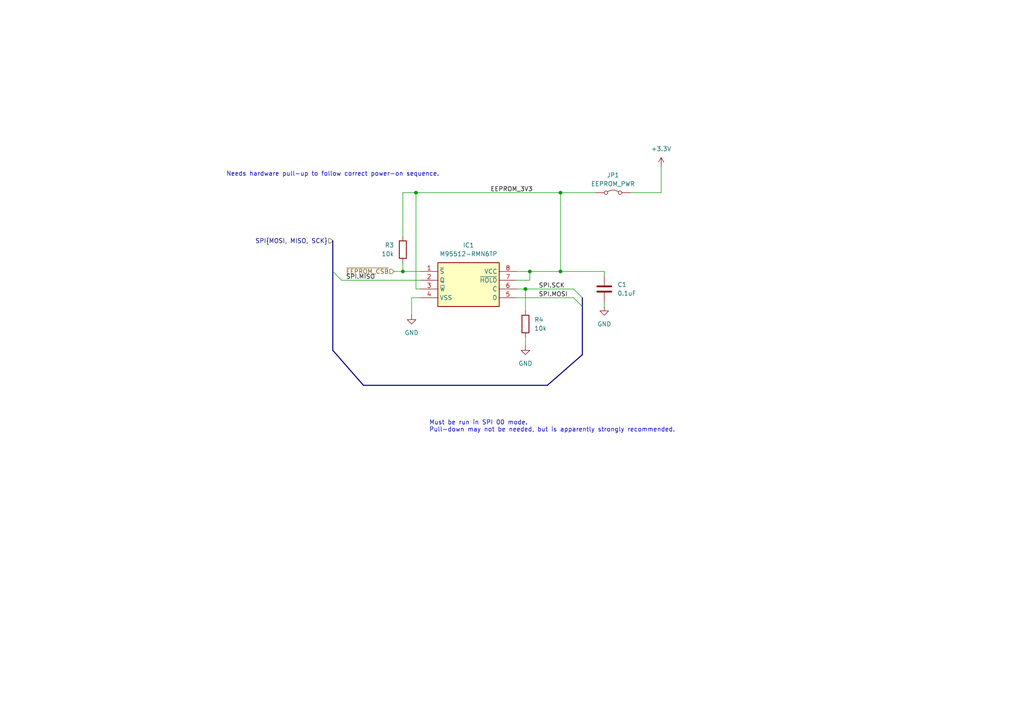
<source format=kicad_sch>
(kicad_sch (version 20231120) (generator "eeschema") (generator_version "8.0")
  (paper "A4")
  (lib_symbols
    (symbol "Device:C" (pin_numbers hide) (pin_names (offset 0.254))
      (property "Reference" "C" (at 0.635 2.54 0))
      (property "Value" "C" (at 0.635 -2.54 0))
      (symbol "C_0_1"
        (polyline (pts (xy -2.032 -0.762) (xy 2.032 -0.762)) (stroke (width 0.508)))
        (polyline (pts (xy -2.032 0.762) (xy 2.032 0.762)) (stroke (width 0.508)))
      )
      (symbol "C_1_1"
        (pin passive line (at 0 3.81 270) (length 2.794) (name "~") (number "1"))
        (pin passive line (at 0 -3.81 90) (length 2.794) (name "~") (number "2"))
      )
    )
    (symbol "Device:R" (pin_numbers hide) (pin_names (offset 0))
      (property "Reference" "R" (at 2.032 0 90))
      (property "Value" "R" (at 0 0 90))
      (symbol "R_0_1"
        (rectangle (start -1.016 -2.54) (end 1.016 2.54) (stroke (width 0.254)))
      )
      (symbol "R_1_1"
        (pin passive line (at 0 3.81 270) (length 1.27) (name "~") (number "1"))
        (pin passive line (at 0 -3.81 90) (length 1.27) (name "~") (number "2"))
      )
    )
    (symbol "Jumper:Jumper_2_Bridged" (pin_numbers hide) (pin_names (offset 0) hide) (exclude_from_sim yes)
      (property "Reference" "JP" (at 0 1.905 0))
      (property "Value" "Jumper_2_Bridged" (at 0 -2.54 0))
      (symbol "Jumper_2_Bridged_0_0"
        (circle (center -2.032 0) (radius 0.508))
        (circle (center 2.032 0) (radius 0.508))
      )
      (symbol "Jumper_2_Bridged_0_1"
        (arc (start 1.524 0.254) (mid 0 0.762) (end -1.524 0.254))
      )
      (symbol "Jumper_2_Bridged_1_1"
        (pin passive line (at -5.08 0 0) (length 2.54) (name "A") (number "1"))
        (pin passive line (at 5.08 0 180) (length 2.54) (name "B") (number "2"))
      )
    )
    (symbol "SamacSys_Parts:M95512-RMN6TP"
      (property "Reference" "IC" (at 24.13 7.62 0))
      (property "Value" "M95512-RMN6TP" (at 24.13 5.08 0))
      (symbol "M95512-RMN6TP_1_1"
        (rectangle (start 5.08 2.54) (end 22.86 -10.16) (stroke (width 0.254)) (fill (type background)))
        (pin passive line (at 0 0 0) (length 5.08) (name "~{S}") (number "1"))
        (pin passive line (at 0 -2.54 0) (length 5.08) (name "Q") (number "2"))
        (pin passive line (at 0 -5.08 0) (length 5.08) (name "~{W}") (number "3"))
        (pin passive line (at 0 -7.62 0) (length 5.08) (name "VSS") (number "4"))
        (pin passive line (at 27.94 -7.62 180) (length 5.08) (name "D") (number "5"))
        (pin passive line (at 27.94 -5.08 180) (length 5.08) (name "C") (number "6"))
        (pin passive line (at 27.94 -2.54 180) (length 5.08) (name "~{HOLD}") (number "7"))
        (pin passive line (at 27.94 0 180) (length 5.08) (name "VCC") (number "8"))
      )
    )
    (symbol "power:+3.3V" (power) (pin_numbers hide) (pin_names (offset 0) hide)
      (property "Value" "+3.3V" (at 0 3.556 0))
      (symbol "+3.3V_0_1"
        (polyline (pts (xy -0.762 1.27) (xy 0 2.54)))
        (polyline (pts (xy 0 0) (xy 0 2.54)))
        (polyline (pts (xy 0 2.54) (xy 0.762 1.27)))
      )
      (symbol "+3.3V_1_1"
        (pin power_in line (at 0 0 90) (length 0) (name "~") (number "1"))
      )
    )
    (symbol "power:GND" (power) (pin_numbers hide) (pin_names (offset 0) hide)
      (property "Value" "GND" (at 0 -3.81 0))
      (symbol "GND_0_1"
        (polyline (pts (xy 0 0) (xy 0 -1.27) (xy 1.27 -1.27) (xy 0 -2.54) (xy -1.27 -1.27) (xy 0 -1.27)))
      )
      (symbol "GND_1_1"
        (pin power_in line (at 0 0 270) (length 0) (name "~") (number "1"))
      )
    )
  )
  (junction (at 116.84 78.74))
  (junction (at 120.65 55.88))
  (junction (at 162.56 55.88))
  (junction (at 153.67 78.74))
  (junction (at 162.56 78.74))
  (junction (at 152.4 83.82))
  (bus_entry (at 166.37 86.36) (size 2.54 2.54))
  (bus_entry (at 166.37 83.82) (size 2.54 2.54))
  (bus_entry (at 96.52 78.74) (size 2.54 2.54))
  (wire (pts (xy 120.65 55.88) (xy 162.56 55.88)))
  (bus (pts (xy 168.91 86.36) (xy 168.91 88.9)))
  (wire (pts (xy 121.92 83.82) (xy 120.65 83.82)))
  (wire (pts (xy 149.86 83.82) (xy 152.4 83.82)))
  (wire (pts (xy 182.88 55.88) (xy 191.77 55.88)))
  (wire (pts (xy 162.56 55.88) (xy 162.56 78.74)))
  (wire (pts (xy 162.56 55.88) (xy 172.72 55.88)))
  (bus (pts (xy 105.41 111.76) (xy 158.75 111.76)))
  (wire (pts (xy 120.65 55.88) (xy 116.84 55.88)))
  (bus (pts (xy 158.75 111.76) (xy 168.91 102.87)))
  (wire (pts (xy 149.86 78.74) (xy 153.67 78.74)))
  (wire (pts (xy 191.77 48.26) (xy 191.77 55.88)))
  (wire (pts (xy 175.26 88.9) (xy 175.26 87.63)))
  (wire (pts (xy 114.3 78.74) (xy 116.84 78.74)))
  (wire (pts (xy 99.06 81.28) (xy 121.92 81.28)))
  (wire (pts (xy 120.65 55.88) (xy 120.65 83.82)))
  (bus (pts (xy 96.52 69.85) (xy 96.52 78.74)))
  (wire (pts (xy 149.86 81.28) (xy 153.67 81.28)))
  (bus (pts (xy 96.52 101.6) (xy 105.41 111.76)))
  (wire (pts (xy 175.26 78.74) (xy 175.26 80.01)))
  (wire (pts (xy 116.84 55.88) (xy 116.84 68.58)))
  (wire (pts (xy 121.92 86.36) (xy 119.38 86.36)))
  (wire (pts (xy 153.67 78.74) (xy 153.67 81.28)))
  (wire (pts (xy 116.84 76.2) (xy 116.84 78.74)))
  (wire (pts (xy 153.67 78.74) (xy 162.56 78.74)))
  (wire (pts (xy 152.4 97.79) (xy 152.4 100.33)))
  (bus (pts (xy 96.52 78.74) (xy 96.52 101.6)))
  (wire (pts (xy 152.4 83.82) (xy 166.37 83.82)))
  (wire (pts (xy 152.4 83.82) (xy 152.4 90.17)))
  (wire (pts (xy 149.86 86.36) (xy 166.37 86.36)))
  (wire (pts (xy 116.84 78.74) (xy 121.92 78.74)))
  (wire (pts (xy 162.56 78.74) (xy 175.26 78.74)))
  (wire (pts (xy 119.38 86.36) (xy 119.38 91.44)))
  (bus (pts (xy 168.91 88.9) (xy 168.91 102.87)))
  (text "Needs hardware pull-up to follow correct power-on sequence." (at 96.52 50.546 0) (effects (font (size 1.27 1.27))))
  (text "Must be run in SPI 00 mode.\nPull-down may not be needed, but is apparently strongly recommended." (at 124.46 123.698 0) (effects (font (size 1.27 1.27)) (justify left)))
  (label "SPI.MOSI" (at 156.21 86.36 0))
  (label "SPI.SCK" (at 156.21 83.82 0))
  (label "EEPROM_3V3" (at 142.24 55.88 0))
  (label "SPI.MISO" (at 100.33 81.28 0))
  (hierarchical_label "SPI{MOSI, MISO, SCK}" (shape input) (at 96.52 69.85 180))
  (hierarchical_label "~{EEPROM_CSB}" (shape input) (at 114.3 78.74 180))
  (symbol (lib_id "SamacSys_Parts:M95512-RMN6TP") (at 121.92 78.74 0) (unit 1)
    (property "Reference" "IC1" (at 135.89 71.12 0))
    (property "Value" "M95512-RMN6TP" (at 135.89 73.66 0))
    (property "Footprint" "SOIC127P600X175-8N" (effects (hide yes)))
    (property "Datasheet" "https://www.st.com/resource/en/datasheet/m95512-w.pdf" (effects (hide yes)))
    (property "Description" "512 Kbit SPI bus EEPROM with high-speed clock" (effects (hide yes)))
    (property "Height" "1.75" (effects (hide yes)))
    (property "Mouser Part Number" "511-M95512-RMN6TP" (effects (hide yes)))
    (property "Mouser Price/Stock" "https://www.mouser.co.uk/ProductDetail/STMicroelectronics/M95512-RMN6TP?qs=D3O9yD6Cgx9SaimnKH25jA%3D%3D" (effects (hide yes)))
    (property "Manufacturer_Name" "STMicroelectronics" (effects (hide yes)))
    (property "Manufacturer_Part_Number" "M95512-RMN6TP" (effects (hide yes)))
  )
  (symbol (lib_id "Device:R") (at 116.84 72.39 0) (unit 1)
    (property "Reference" "R3" (at 114.3 71.1199 0) (effects (justify right)))
    (property "Value" "10k" (at 114.3 73.6599 0) (effects (justify right)))
    (property "Description" "Resistor" (effects (hide yes)))
  )
  (symbol (lib_id "power:GND") (at 119.38 91.44 0) (unit 1)
    (property "Reference" "#PWR07" (effects (hide yes)))
    (property "Value" "GND" (at 119.38 96.52 0))
    (property "Description" "Power symbol creates a global label with name \"GND\" , ground" (effects (hide yes)))
  )
  (symbol (lib_id "power:GND") (at 152.4 100.33 0) (unit 1)
    (property "Reference" "#PWR010" (effects (hide yes)))
    (property "Value" "GND" (at 152.4 105.41 0))
    (property "Description" "Power symbol creates a global label with name \"GND\" , ground" (effects (hide yes)))
  )
  (symbol (lib_id "Device:C") (at 175.26 83.82 0) (unit 1)
    (property "Reference" "C1" (at 179.07 82.5499 0) (effects (justify left)))
    (property "Value" "0.1uF" (at 179.07 85.0899 0) (effects (justify left)))
    (property "Description" "Unpolarized capacitor" (effects (hide yes)))
  )
  (symbol (lib_id "power:GND") (at 175.26 88.9 0) (unit 1)
    (property "Reference" "#PWR08" (effects (hide yes)))
    (property "Value" "GND" (at 175.26 93.98 0))
    (property "Description" "Power symbol creates a global label with name \"GND\" , ground" (effects (hide yes)))
  )
  (symbol (lib_id "power:+3.3V") (at 191.77 48.26 0) (unit 1)
    (property "Reference" "#PWR09" (effects (hide yes)))
    (property "Value" "+3.3V" (at 191.77 43.18 0))
    (property "Description" "Power symbol creates a global label with name \"+3.3V\"" (effects (hide yes)))
  )
  (symbol (lib_id "Jumper:Jumper_2_Bridged") (at 177.8 55.88 0) (unit 1) (exclude_from_sim yes)
    (property "Reference" "JP1" (at 177.8 50.8 0))
    (property "Value" "EEPROM_PWR" (at 177.8 53.34 0))
    (property "Description" "Jumper, 2-pole, closed/bridged" (effects (hide yes)))
  )
  (symbol (lib_id "Device:R") (at 152.4 93.98 0) (unit 1)
    (property "Reference" "R4" (at 154.94 92.7099 0) (effects (justify left)))
    (property "Value" "10k" (at 154.94 95.2499 0) (effects (justify left)))
    (property "Description" "Resistor" (effects (hide yes)))
  )
)
</source>
